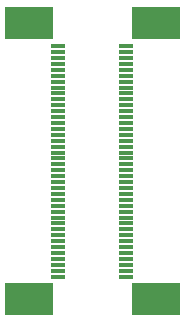
<source format=gtp>
G04*
G04 #@! TF.GenerationSoftware,Altium Limited,Altium Designer,18.1.9 (240)*
G04*
G04 Layer_Color=8421504*
%FSLAX44Y44*%
%MOMM*%
G71*
G01*
G75*
%ADD11R,1.2000X0.3000*%
%ADD12R,4.1000X2.7000*%
D11*
X110100Y40000D02*
D03*
Y45002D02*
D03*
Y50000D02*
D03*
Y55002D02*
D03*
Y60000D02*
D03*
Y65002D02*
D03*
Y70000D02*
D03*
Y75002D02*
D03*
Y80000D02*
D03*
Y85001D02*
D03*
Y90000D02*
D03*
Y95001D02*
D03*
Y100000D02*
D03*
Y105001D02*
D03*
Y110000D02*
D03*
Y115001D02*
D03*
Y120000D02*
D03*
Y125001D02*
D03*
Y130000D02*
D03*
Y135001D02*
D03*
Y140000D02*
D03*
Y145001D02*
D03*
Y150000D02*
D03*
Y155001D02*
D03*
Y160000D02*
D03*
Y165001D02*
D03*
Y170000D02*
D03*
Y175001D02*
D03*
Y180000D02*
D03*
Y185001D02*
D03*
Y190000D02*
D03*
Y195001D02*
D03*
Y200000D02*
D03*
Y205001D02*
D03*
Y210000D02*
D03*
Y215001D02*
D03*
Y220000D02*
D03*
Y225001D02*
D03*
Y230000D02*
D03*
Y235001D02*
D03*
X52400Y235001D02*
D03*
Y229999D02*
D03*
Y225001D02*
D03*
Y219999D02*
D03*
Y215001D02*
D03*
Y209999D02*
D03*
Y205001D02*
D03*
Y199999D02*
D03*
Y195001D02*
D03*
Y189999D02*
D03*
Y185001D02*
D03*
Y180000D02*
D03*
Y175001D02*
D03*
Y170000D02*
D03*
Y165001D02*
D03*
Y160000D02*
D03*
Y155001D02*
D03*
Y150000D02*
D03*
Y145001D02*
D03*
Y140000D02*
D03*
Y135001D02*
D03*
Y130000D02*
D03*
Y125001D02*
D03*
Y120000D02*
D03*
Y115001D02*
D03*
Y110000D02*
D03*
Y105001D02*
D03*
Y100000D02*
D03*
Y95001D02*
D03*
Y90000D02*
D03*
Y85001D02*
D03*
Y80000D02*
D03*
Y75001D02*
D03*
Y70000D02*
D03*
Y65001D02*
D03*
Y60000D02*
D03*
Y55001D02*
D03*
Y50000D02*
D03*
Y45001D02*
D03*
Y40000D02*
D03*
D12*
X135000Y20701D02*
D03*
Y254300D02*
D03*
X27500Y254300D02*
D03*
Y20701D02*
D03*
M02*

</source>
